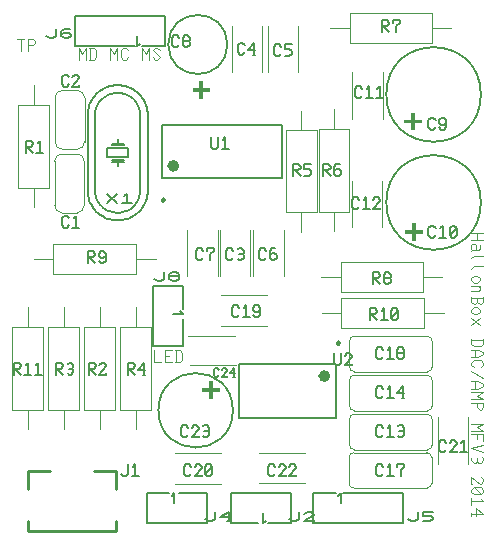
<source format=gbr>
G04 Generated by Ultiboard 13.0 *
%FSLAX24Y24*%
%MOIN*%

%ADD10C,0.0001*%
%ADD11C,0.0080*%
%ADD12C,0.0039*%
%ADD13C,0.0061*%
%ADD14C,0.0001*%
%ADD15C,0.0079*%
%ADD16C,0.0098*%
%ADD17C,0.0197*%
%ADD18C,0.0037*%
%ADD19C,0.0100*%


G04 ColorRGB FFFF00 for the following layer *
%LNSilkscreen Top*%
%LPD*%
G54D10*
G54D11*
X667Y12352D02*
X667Y12746D01*
X824Y12746D01*
X902Y12667D01*
X902Y12628D01*
X824Y12549D01*
X667Y12549D01*
X706Y12549D02*
X902Y12352D01*
X1059Y12667D02*
X1137Y12746D01*
X1137Y12352D01*
X1020Y12352D02*
X1255Y12352D01*
X3383Y10956D02*
X3716Y10658D01*
X3383Y10658D02*
X3716Y10956D01*
X3939Y10896D02*
X4050Y10956D01*
X4050Y10658D01*
X3883Y10658D02*
X4216Y10658D01*
X4728Y11094D02*
X4728Y13594D01*
X4478Y11094D02*
X4478Y13594D01*
X2978Y11094D02*
X2978Y13594D01*
X2728Y11094D02*
X2728Y13594D01*
X4078Y12194D02*
X4078Y12494D01*
X3378Y12494D02*
X3378Y12194D01*
X2728Y11094D02*
X2731Y11006D01*
X2743Y10920D01*
X2762Y10835D01*
X2788Y10752D01*
X2821Y10671D01*
X2862Y10594D01*
X2908Y10520D01*
X2962Y10451D01*
X3020Y10387D01*
X3085Y10328D01*
X3154Y10274D01*
X3228Y10228D01*
X3305Y10187D01*
X3386Y10154D01*
X3469Y10128D01*
X3554Y10109D01*
X3640Y10097D01*
X3728Y10094D01*
X3815Y10097D01*
X3901Y10109D01*
X3986Y10128D01*
X4070Y10154D01*
X4150Y10187D01*
X4228Y10228D01*
X4301Y10274D01*
X4370Y10328D01*
X4435Y10387D01*
X4494Y10451D01*
X4547Y10520D01*
X4594Y10594D01*
X4634Y10671D01*
X4667Y10752D01*
X4693Y10835D01*
X4712Y10920D01*
X4724Y11006D01*
X4728Y11094D01*
X4728Y11094D01*
X2978Y11094D02*
X2980Y11028D01*
X2989Y10963D01*
X3003Y10900D01*
X3023Y10837D01*
X3048Y10777D01*
X3078Y10719D01*
X3113Y10663D01*
X3153Y10612D01*
X3197Y10563D01*
X3245Y10519D01*
X3297Y10479D01*
X3353Y10444D01*
X3411Y10414D01*
X3471Y10389D01*
X3533Y10369D01*
X3597Y10355D01*
X3662Y10346D01*
X3728Y10344D01*
X3793Y10346D01*
X3858Y10355D01*
X3922Y10369D01*
X3984Y10389D01*
X4045Y10414D01*
X4103Y10444D01*
X4158Y10479D01*
X4210Y10519D01*
X4258Y10563D01*
X4302Y10612D01*
X4342Y10663D01*
X4377Y10719D01*
X4407Y10777D01*
X4432Y10837D01*
X4452Y10900D01*
X4466Y10963D01*
X4475Y11028D01*
X4478Y11094D01*
X4478Y11094D01*
X3378Y12194D02*
X4078Y12194D01*
X3928Y12094D02*
X3528Y12094D01*
X3528Y12044D02*
X3928Y12044D01*
X3728Y12044D02*
X3728Y11894D01*
X4728Y13594D02*
X4724Y13681D01*
X4712Y13767D01*
X4693Y13852D01*
X4667Y13936D01*
X4634Y14016D01*
X4594Y14094D01*
X4547Y14167D01*
X4494Y14236D01*
X4435Y14301D01*
X4370Y14360D01*
X4301Y14413D01*
X4228Y14460D01*
X4150Y14500D01*
X4070Y14533D01*
X3986Y14560D01*
X3901Y14578D01*
X3815Y14590D01*
X3728Y14594D01*
X3640Y14590D01*
X3554Y14578D01*
X3469Y14560D01*
X3386Y14533D01*
X3305Y14500D01*
X3228Y14460D01*
X3154Y14413D01*
X3085Y14360D01*
X3020Y14301D01*
X2962Y14236D01*
X2908Y14167D01*
X2862Y14094D01*
X2821Y14016D01*
X2788Y13936D01*
X2762Y13852D01*
X2743Y13767D01*
X2731Y13681D01*
X2728Y13594D01*
X4478Y13594D02*
X4475Y13659D01*
X4466Y13724D01*
X4452Y13788D01*
X4432Y13850D01*
X4407Y13911D01*
X4377Y13969D01*
X4342Y14024D01*
X4302Y14076D01*
X4258Y14124D01*
X4210Y14168D01*
X4158Y14208D01*
X4103Y14243D01*
X4045Y14273D01*
X3984Y14298D01*
X3922Y14318D01*
X3858Y14332D01*
X3793Y14341D01*
X3728Y14344D01*
X3662Y14341D01*
X3597Y14332D01*
X3533Y14318D01*
X3471Y14298D01*
X3411Y14273D01*
X3353Y14243D01*
X3297Y14208D01*
X3245Y14168D01*
X3197Y14124D01*
X3153Y14076D01*
X3113Y14024D01*
X3078Y13969D01*
X3048Y13911D01*
X3023Y13850D01*
X3003Y13788D01*
X2989Y13724D01*
X2980Y13659D01*
X2978Y13594D01*
X3378Y12494D02*
X4078Y12494D01*
X3528Y12594D02*
X3928Y12594D01*
X3528Y12644D02*
X3928Y12644D01*
X3728Y12644D02*
X3728Y12794D01*
X5774Y15946D02*
X5696Y15867D01*
X5618Y15867D01*
X5539Y15946D01*
X5539Y16182D01*
X5618Y16261D01*
X5696Y16261D01*
X5774Y16182D01*
X6049Y15867D02*
X5970Y15867D01*
X5892Y15946D01*
X5892Y16024D01*
X5931Y16064D01*
X5892Y16103D01*
X5892Y16182D01*
X5970Y16261D01*
X6049Y16261D01*
X6127Y16182D01*
X6127Y16103D01*
X6088Y16064D01*
X6127Y16024D01*
X6127Y15946D01*
X6049Y15867D01*
X5931Y16064D02*
X6088Y16064D01*
X5416Y15954D02*
G75*
D01*
G02X5416Y15954I984J0*
G01*
X2739Y8667D02*
X2739Y9061D01*
X2896Y9061D01*
X2974Y8982D01*
X2974Y8943D01*
X2896Y8864D01*
X2739Y8864D01*
X2778Y8864D02*
X2974Y8667D01*
X3092Y8746D02*
X3170Y8667D01*
X3249Y8667D01*
X3327Y8746D01*
X3327Y8903D01*
X3327Y8982D01*
X3249Y9061D01*
X3170Y9061D01*
X3092Y8982D01*
X3092Y8903D01*
X3170Y8824D01*
X3249Y8824D01*
X3327Y8903D01*
X267Y4952D02*
X267Y5346D01*
X424Y5346D01*
X502Y5267D01*
X502Y5228D01*
X424Y5149D01*
X267Y5149D01*
X306Y5149D02*
X502Y4952D01*
X659Y5267D02*
X737Y5346D01*
X737Y4952D01*
X620Y4952D02*
X855Y4952D01*
X1011Y5267D02*
X1090Y5346D01*
X1090Y4952D01*
X972Y4952D02*
X1207Y4952D01*
X1667Y4952D02*
X1667Y5346D01*
X1824Y5346D01*
X1902Y5267D01*
X1902Y5228D01*
X1824Y5149D01*
X1667Y5149D01*
X1706Y5149D02*
X1902Y4952D01*
X2059Y5307D02*
X2098Y5346D01*
X2176Y5346D01*
X2255Y5267D01*
X2255Y5188D01*
X2215Y5149D01*
X2255Y5110D01*
X2255Y5031D01*
X2176Y4952D01*
X2098Y4952D01*
X2059Y4992D01*
X2098Y5149D02*
X2215Y5149D01*
X2767Y4952D02*
X2767Y5346D01*
X2924Y5346D01*
X3002Y5267D01*
X3002Y5228D01*
X2924Y5149D01*
X2767Y5149D01*
X2806Y5149D02*
X3002Y4952D01*
X3120Y5267D02*
X3198Y5346D01*
X3276Y5346D01*
X3355Y5267D01*
X3355Y5228D01*
X3120Y4952D01*
X3355Y4952D01*
X3355Y4992D01*
X4067Y4952D02*
X4067Y5346D01*
X4224Y5346D01*
X4302Y5267D01*
X4302Y5228D01*
X4224Y5149D01*
X4067Y5149D01*
X4106Y5149D02*
X4302Y4952D01*
X4655Y5110D02*
X4420Y5110D01*
X4615Y5346D01*
X4615Y4952D01*
X4576Y4952D02*
X4655Y4952D01*
X9456Y132D02*
X9567Y73D01*
X9678Y73D01*
X9789Y132D01*
X9789Y370D01*
X9956Y311D02*
X10067Y370D01*
X10178Y370D01*
X10289Y311D01*
X10289Y281D01*
X9956Y73D01*
X10289Y73D01*
X10289Y102D01*
X7500Y1000D02*
X9500Y1000D01*
X8750Y0D02*
X9500Y0D01*
X9500Y1000D01*
X7500Y0D02*
X8417Y0D01*
X8583Y0D02*
X8583Y333D01*
X8667Y83D02*
X8583Y0D01*
X7500Y0D02*
X7500Y1000D01*
X13406Y132D02*
X13517Y73D01*
X13628Y73D01*
X13739Y132D01*
X13739Y370D01*
X14239Y370D02*
X13906Y370D01*
X13906Y251D01*
X14128Y251D01*
X14239Y192D01*
X14239Y132D01*
X14128Y73D01*
X13906Y73D01*
X10250Y1000D02*
X10250Y0D01*
X13250Y1000D02*
X13250Y0D01*
X13250Y1000D02*
X11250Y1000D01*
X11000Y1000D02*
X10250Y1000D01*
X11167Y1000D02*
X11167Y667D01*
X11083Y917D02*
X11167Y1000D01*
X13250Y0D02*
X10250Y0D01*
X12239Y7967D02*
X12239Y8361D01*
X12396Y8361D01*
X12474Y8282D01*
X12474Y8243D01*
X12396Y8164D01*
X12239Y8164D01*
X12278Y8164D02*
X12474Y7967D01*
X12749Y7967D02*
X12670Y7967D01*
X12592Y8046D01*
X12592Y8124D01*
X12631Y8164D01*
X12592Y8203D01*
X12592Y8282D01*
X12670Y8361D01*
X12749Y8361D01*
X12827Y8282D01*
X12827Y8203D01*
X12788Y8164D01*
X12827Y8124D01*
X12827Y8046D01*
X12749Y7967D01*
X12631Y8164D02*
X12788Y8164D01*
X12139Y6767D02*
X12139Y7161D01*
X12296Y7161D01*
X12374Y7082D01*
X12374Y7043D01*
X12296Y6964D01*
X12139Y6964D01*
X12178Y6964D02*
X12374Y6767D01*
X12531Y7082D02*
X12610Y7161D01*
X12610Y6767D01*
X12492Y6767D02*
X12727Y6767D01*
X12845Y7082D02*
X12923Y7161D01*
X13001Y7161D01*
X13080Y7082D01*
X13080Y6846D01*
X13001Y6767D01*
X12923Y6767D01*
X12845Y6846D01*
X12845Y7082D01*
X13080Y7082D02*
X12845Y6846D01*
X9589Y11567D02*
X9589Y11961D01*
X9746Y11961D01*
X9824Y11882D01*
X9824Y11843D01*
X9746Y11764D01*
X9589Y11764D01*
X9628Y11764D02*
X9824Y11567D01*
X10177Y11961D02*
X9942Y11961D01*
X9942Y11803D01*
X10099Y11803D01*
X10177Y11724D01*
X10177Y11646D01*
X10099Y11567D01*
X9942Y11567D01*
X10589Y11567D02*
X10589Y11961D01*
X10746Y11961D01*
X10824Y11882D01*
X10824Y11843D01*
X10746Y11764D01*
X10589Y11764D01*
X10628Y11764D02*
X10824Y11567D01*
X11138Y11961D02*
X11020Y11961D01*
X10942Y11882D01*
X10942Y11724D01*
X10942Y11646D01*
X11020Y11567D01*
X11099Y11567D01*
X11177Y11646D01*
X11177Y11724D01*
X11099Y11803D01*
X11020Y11803D01*
X10942Y11724D01*
X14324Y9596D02*
X14246Y9517D01*
X14168Y9517D01*
X14089Y9596D01*
X14089Y9832D01*
X14168Y9911D01*
X14246Y9911D01*
X14324Y9832D01*
X14481Y9832D02*
X14560Y9911D01*
X14560Y9517D01*
X14442Y9517D02*
X14677Y9517D01*
X14795Y9832D02*
X14873Y9911D01*
X14951Y9911D01*
X15030Y9832D01*
X15030Y9596D01*
X14951Y9517D01*
X14873Y9517D01*
X14795Y9596D01*
X14795Y9832D01*
X15030Y9832D02*
X14795Y9596D01*
X12684Y10689D02*
G75*
D01*
G02X12684Y10689I1575J0*
G01*
X14324Y13196D02*
X14246Y13117D01*
X14168Y13117D01*
X14089Y13196D01*
X14089Y13432D01*
X14168Y13511D01*
X14246Y13511D01*
X14324Y13432D01*
X14442Y13196D02*
X14520Y13117D01*
X14599Y13117D01*
X14677Y13196D01*
X14677Y13353D01*
X14677Y13432D01*
X14599Y13511D01*
X14520Y13511D01*
X14442Y13432D01*
X14442Y13353D01*
X14520Y13274D01*
X14599Y13274D01*
X14677Y13353D01*
X12684Y14289D02*
G75*
D01*
G02X12684Y14289I1575J0*
G01*
X12539Y16367D02*
X12539Y16761D01*
X12696Y16761D01*
X12774Y16682D01*
X12774Y16643D01*
X12696Y16564D01*
X12539Y16564D01*
X12578Y16564D02*
X12774Y16367D01*
X13010Y16367D02*
X13010Y16564D01*
X13127Y16682D01*
X13127Y16761D01*
X12892Y16761D01*
X12892Y16682D01*
X7107Y4932D02*
X7048Y4873D01*
X6989Y4873D01*
X6930Y4932D01*
X6930Y5111D01*
X6989Y5170D01*
X7048Y5170D01*
X7107Y5111D01*
X7196Y5111D02*
X7256Y5170D01*
X7315Y5170D01*
X7374Y5111D01*
X7374Y5081D01*
X7196Y4873D01*
X7374Y4873D01*
X7374Y4902D01*
X7641Y4992D02*
X7463Y4992D01*
X7611Y5170D01*
X7611Y4873D01*
X7581Y4873D02*
X7641Y4873D01*
X6074Y2946D02*
X5996Y2867D01*
X5918Y2867D01*
X5839Y2946D01*
X5839Y3182D01*
X5918Y3261D01*
X5996Y3261D01*
X6074Y3182D01*
X6192Y3182D02*
X6270Y3261D01*
X6349Y3261D01*
X6427Y3182D01*
X6427Y3143D01*
X6192Y2867D01*
X6427Y2867D01*
X6427Y2906D01*
X6584Y3221D02*
X6623Y3261D01*
X6701Y3261D01*
X6780Y3182D01*
X6780Y3103D01*
X6741Y3064D01*
X6780Y3024D01*
X6780Y2946D01*
X6701Y2867D01*
X6623Y2867D01*
X6584Y2906D01*
X6623Y3064D02*
X6741Y3064D01*
X5087Y3761D02*
G75*
D01*
G02X5087Y3761I1241J0*
G01*
X4956Y8132D02*
X5067Y8073D01*
X5178Y8073D01*
X5289Y8132D01*
X5289Y8370D01*
X5678Y8073D02*
X5567Y8073D01*
X5456Y8132D01*
X5456Y8192D01*
X5511Y8221D01*
X5456Y8251D01*
X5456Y8311D01*
X5567Y8370D01*
X5678Y8370D01*
X5789Y8311D01*
X5789Y8251D01*
X5733Y8221D01*
X5789Y8192D01*
X5789Y8132D01*
X5678Y8073D01*
X5511Y8221D02*
X5733Y8221D01*
X4900Y5900D02*
X4900Y7900D01*
X5900Y7150D02*
X5900Y7900D01*
X4900Y7900D01*
X5900Y5900D02*
X5900Y6817D01*
X5900Y6983D02*
X5567Y6983D01*
X5817Y7067D02*
X5900Y6983D01*
X5900Y5900D02*
X4900Y5900D01*
X6656Y132D02*
X6767Y73D01*
X6878Y73D01*
X6989Y132D01*
X6989Y370D01*
X7489Y192D02*
X7156Y192D01*
X7433Y370D01*
X7433Y73D01*
X7378Y73D02*
X7489Y73D01*
X6700Y0D02*
X4700Y0D01*
X5450Y1000D02*
X4700Y1000D01*
X4700Y0D01*
X6700Y1000D02*
X5783Y1000D01*
X5617Y1000D02*
X5617Y667D01*
X5533Y917D02*
X5617Y1000D01*
X6700Y1000D02*
X6700Y0D01*
X1356Y16232D02*
X1467Y16173D01*
X1578Y16173D01*
X1689Y16232D01*
X1689Y16470D01*
X2133Y16470D02*
X1967Y16470D01*
X1856Y16411D01*
X1856Y16292D01*
X1856Y16232D01*
X1967Y16173D01*
X2078Y16173D01*
X2189Y16232D01*
X2189Y16292D01*
X2078Y16351D01*
X1967Y16351D01*
X1856Y16292D01*
X5300Y15900D02*
X5300Y16900D01*
X2300Y15900D02*
X2300Y16900D01*
X2300Y15900D02*
X4300Y15900D01*
X4550Y15900D02*
X5300Y15900D01*
X4383Y15900D02*
X4383Y16233D01*
X4467Y15983D02*
X4383Y15900D01*
X2300Y16900D02*
X5300Y16900D01*
G54D12*
X420Y11166D02*
X1424Y11166D01*
X1424Y13922D01*
X420Y13922D01*
X420Y11166D01*
X928Y10536D02*
X928Y11166D01*
X928Y13922D02*
X928Y14592D01*
X1629Y12061D02*
X1629Y10590D01*
G75*
D01*
G03X1878Y10341I249J0*
G01*
X2364Y10341D01*
G75*
D01*
G03X2613Y10590I0J249*
G01*
X2613Y12061D01*
G74*
D01*
G03X2364Y12310I249J0*
G01*
X1878Y12310D01*
G75*
D01*
G03X1629Y12061I0J-249*
G01*
X7528Y16564D02*
X7528Y15028D01*
X8551Y16564D02*
X8551Y15028D01*
X8728Y16564D02*
X8728Y15028D01*
X9751Y16564D02*
X9751Y15028D01*
X8249Y9764D02*
X8249Y8228D01*
X9272Y9764D02*
X9272Y8228D01*
X7128Y9764D02*
X7128Y8228D01*
X8151Y9764D02*
X8151Y8228D01*
X7072Y8236D02*
X7072Y9772D01*
X6049Y8236D02*
X6049Y9772D01*
X1642Y14180D02*
X1642Y12710D01*
G75*
D01*
G03X1891Y12461I249J0*
G01*
X2378Y12461D01*
G75*
D01*
G03X2627Y12710I0J249*
G01*
X2627Y14180D01*
G74*
D01*
G03X2378Y14429I249J0*
G01*
X1891Y14429D01*
G75*
D01*
G03X1642Y14180I0J-249*
G01*
X1581Y9308D02*
X4337Y9308D01*
X4337Y8304D01*
X1581Y8304D01*
X1581Y9308D01*
X951Y8800D02*
X1581Y8800D01*
X4337Y8800D02*
X5006Y8800D01*
X220Y3766D02*
X1224Y3766D01*
X1224Y6522D01*
X220Y6522D01*
X220Y3766D01*
X728Y3136D02*
X728Y3766D01*
X728Y6522D02*
X728Y7192D01*
X1420Y3766D02*
X2424Y3766D01*
X2424Y6522D01*
X1420Y6522D01*
X1420Y3766D01*
X1928Y3136D02*
X1928Y3766D01*
X1928Y6522D02*
X1928Y7192D01*
X2620Y3766D02*
X3624Y3766D01*
X3624Y6522D01*
X2620Y6522D01*
X2620Y3766D01*
X3128Y3136D02*
X3128Y3766D01*
X3128Y6522D02*
X3128Y7192D01*
X3820Y3766D02*
X4824Y3766D01*
X4824Y6522D01*
X3820Y6522D01*
X3820Y3766D01*
X4328Y3136D02*
X4328Y3766D01*
X4328Y6522D02*
X4328Y7192D01*
X13919Y7692D02*
X11163Y7692D01*
X11163Y8696D01*
X13919Y8696D01*
X13919Y7692D01*
X14549Y8200D02*
X13919Y8200D01*
X11163Y8200D02*
X10494Y8200D01*
X11181Y7508D02*
X13937Y7508D01*
X13937Y6504D01*
X11181Y6504D01*
X11181Y7508D01*
X10551Y7000D02*
X11181Y7000D01*
X13937Y7000D02*
X14606Y7000D01*
X8436Y1328D02*
X9972Y1328D01*
X8436Y2351D02*
X9972Y2351D01*
X7164Y2322D02*
X5628Y2322D01*
X7164Y1299D02*
X5628Y1299D01*
X11438Y2194D02*
X11438Y1328D01*
G75*
D01*
G03X11595Y1170I157J-1*
G01*
X14036Y1170D01*
G75*
D01*
G03X14194Y1328I0J158*
G01*
X14194Y2194D01*
G74*
D01*
G03X14036Y2351I158J1*
G01*
X11595Y2351D01*
G75*
D01*
G03X11438Y2194I0J-157*
G01*
X11456Y6072D02*
X11456Y5206D01*
G75*
D01*
G03X11614Y5049I158J1*
G01*
X14055Y5049D01*
G75*
D01*
G03X14212Y5206I0J157*
G01*
X14212Y6072D01*
G74*
D01*
G03X14055Y6230I157J1*
G01*
X11614Y6230D01*
G75*
D01*
G03X11456Y6072I0J-158*
G01*
X10358Y13119D02*
X9354Y13119D01*
X9354Y10363D01*
X10358Y10363D01*
X10358Y13119D01*
X9850Y13749D02*
X9850Y13119D01*
X9850Y10363D02*
X9850Y9694D01*
X10442Y10381D02*
X11446Y10381D01*
X11446Y13137D01*
X10442Y13137D01*
X10442Y10381D01*
X10950Y9751D02*
X10950Y10381D01*
X10950Y13137D02*
X10950Y13806D01*
X14219Y15992D02*
X11463Y15992D01*
X11463Y16996D01*
X14219Y16996D01*
X14219Y15992D01*
X14849Y16500D02*
X14219Y16500D01*
X11463Y16500D02*
X10794Y16500D01*
X7186Y6578D02*
X8722Y6578D01*
X7186Y7601D02*
X8722Y7601D01*
X7626Y6222D02*
X6090Y6222D01*
X7665Y5278D02*
X6130Y5278D01*
X11528Y11414D02*
X11528Y9878D01*
X12551Y11414D02*
X12551Y9878D01*
X12572Y13486D02*
X12572Y15022D01*
X11549Y13486D02*
X11549Y15022D01*
X11456Y3472D02*
X11456Y2606D01*
G75*
D01*
G03X11614Y2449I158J1*
G01*
X14055Y2449D01*
G75*
D01*
G03X14212Y2606I0J157*
G01*
X14212Y3472D01*
G74*
D01*
G03X14055Y3630I157J1*
G01*
X11614Y3630D01*
G75*
D01*
G03X11456Y3472I0J-158*
G01*
X11456Y4772D02*
X11456Y3906D01*
G75*
D01*
G03X11614Y3749I158J1*
G01*
X14055Y3749D01*
G75*
D01*
G03X14212Y3906I0J157*
G01*
X14212Y4772D01*
G74*
D01*
G03X14055Y4930I157J1*
G01*
X11614Y4930D01*
G75*
D01*
G03X11456Y4772I0J-158*
G01*
X15422Y1986D02*
X15422Y3522D01*
X14399Y1986D02*
X14399Y3522D01*
G54D13*
X2102Y9931D02*
X2024Y9852D01*
X1945Y9852D01*
X1867Y9931D01*
X1867Y10167D01*
X1945Y10246D01*
X2024Y10246D01*
X2102Y10167D01*
X2259Y10167D02*
X2337Y10246D01*
X2337Y9852D01*
X2220Y9852D02*
X2455Y9852D01*
X7961Y15697D02*
X7882Y15618D01*
X7804Y15618D01*
X7726Y15697D01*
X7726Y15933D01*
X7804Y16012D01*
X7882Y16012D01*
X7961Y15933D01*
X8314Y15775D02*
X8078Y15775D01*
X8274Y16012D01*
X8274Y15618D01*
X8235Y15618D02*
X8314Y15618D01*
X9174Y15646D02*
X9096Y15567D01*
X9018Y15567D01*
X8939Y15646D01*
X8939Y15882D01*
X9018Y15961D01*
X9096Y15961D01*
X9174Y15882D01*
X9527Y15961D02*
X9292Y15961D01*
X9292Y15803D01*
X9449Y15803D01*
X9527Y15724D01*
X9527Y15646D01*
X9449Y15567D01*
X9292Y15567D01*
X8674Y8846D02*
X8596Y8767D01*
X8518Y8767D01*
X8439Y8846D01*
X8439Y9082D01*
X8518Y9161D01*
X8596Y9161D01*
X8674Y9082D01*
X8988Y9161D02*
X8870Y9161D01*
X8792Y9082D01*
X8792Y8924D01*
X8792Y8846D01*
X8870Y8767D01*
X8949Y8767D01*
X9027Y8846D01*
X9027Y8924D01*
X8949Y9003D01*
X8870Y9003D01*
X8792Y8924D01*
X7574Y8846D02*
X7496Y8767D01*
X7418Y8767D01*
X7339Y8846D01*
X7339Y9082D01*
X7418Y9161D01*
X7496Y9161D01*
X7574Y9082D01*
X7731Y9121D02*
X7770Y9161D01*
X7849Y9161D01*
X7927Y9082D01*
X7927Y9003D01*
X7888Y8964D01*
X7927Y8924D01*
X7927Y8846D01*
X7849Y8767D01*
X7770Y8767D01*
X7731Y8806D01*
X7770Y8964D02*
X7888Y8964D01*
X6574Y8846D02*
X6496Y8767D01*
X6418Y8767D01*
X6339Y8846D01*
X6339Y9082D01*
X6418Y9161D01*
X6496Y9161D01*
X6574Y9082D01*
X6810Y8767D02*
X6810Y8964D01*
X6927Y9082D01*
X6927Y9161D01*
X6692Y9161D01*
X6692Y9082D01*
X6839Y12861D02*
X6839Y12546D01*
X6918Y12467D01*
X6996Y12467D01*
X7074Y12546D01*
X7074Y12861D01*
X7231Y12782D02*
X7310Y12861D01*
X7310Y12467D01*
X7192Y12467D02*
X7427Y12467D01*
X2102Y14631D02*
X2024Y14552D01*
X1945Y14552D01*
X1867Y14631D01*
X1867Y14867D01*
X1945Y14946D01*
X2024Y14946D01*
X2102Y14867D01*
X2220Y14867D02*
X2298Y14946D01*
X2376Y14946D01*
X2455Y14867D01*
X2455Y14828D01*
X2220Y14552D01*
X2455Y14552D01*
X2455Y14592D01*
X8974Y1646D02*
X8896Y1567D01*
X8818Y1567D01*
X8739Y1646D01*
X8739Y1882D01*
X8818Y1961D01*
X8896Y1961D01*
X8974Y1882D01*
X9092Y1882D02*
X9170Y1961D01*
X9249Y1961D01*
X9327Y1882D01*
X9327Y1843D01*
X9092Y1567D01*
X9327Y1567D01*
X9327Y1606D01*
X9445Y1882D02*
X9523Y1961D01*
X9601Y1961D01*
X9680Y1882D01*
X9680Y1843D01*
X9445Y1567D01*
X9680Y1567D01*
X9680Y1606D01*
X6174Y1646D02*
X6096Y1567D01*
X6018Y1567D01*
X5939Y1646D01*
X5939Y1882D01*
X6018Y1961D01*
X6096Y1961D01*
X6174Y1882D01*
X6292Y1882D02*
X6370Y1961D01*
X6449Y1961D01*
X6527Y1882D01*
X6527Y1843D01*
X6292Y1567D01*
X6527Y1567D01*
X6527Y1606D01*
X6645Y1882D02*
X6723Y1961D01*
X6801Y1961D01*
X6880Y1882D01*
X6880Y1646D01*
X6801Y1567D01*
X6723Y1567D01*
X6645Y1646D01*
X6645Y1882D01*
X6880Y1882D02*
X6645Y1646D01*
X12574Y1646D02*
X12496Y1567D01*
X12418Y1567D01*
X12339Y1646D01*
X12339Y1882D01*
X12418Y1961D01*
X12496Y1961D01*
X12574Y1882D01*
X12731Y1882D02*
X12810Y1961D01*
X12810Y1567D01*
X12692Y1567D02*
X12927Y1567D01*
X13162Y1567D02*
X13162Y1764D01*
X13280Y1882D01*
X13280Y1961D01*
X13045Y1961D01*
X13045Y1882D01*
X12574Y5546D02*
X12496Y5467D01*
X12418Y5467D01*
X12339Y5546D01*
X12339Y5782D01*
X12418Y5861D01*
X12496Y5861D01*
X12574Y5782D01*
X12731Y5782D02*
X12810Y5861D01*
X12810Y5467D01*
X12692Y5467D02*
X12927Y5467D01*
X13201Y5467D02*
X13123Y5467D01*
X13045Y5546D01*
X13045Y5624D01*
X13084Y5664D01*
X13045Y5703D01*
X13045Y5782D01*
X13123Y5861D01*
X13201Y5861D01*
X13280Y5782D01*
X13280Y5703D01*
X13241Y5664D01*
X13280Y5624D01*
X13280Y5546D01*
X13201Y5467D01*
X13084Y5664D02*
X13241Y5664D01*
X7774Y6946D02*
X7696Y6867D01*
X7618Y6867D01*
X7539Y6946D01*
X7539Y7182D01*
X7618Y7261D01*
X7696Y7261D01*
X7774Y7182D01*
X7931Y7182D02*
X8010Y7261D01*
X8010Y6867D01*
X7892Y6867D02*
X8127Y6867D01*
X8245Y6946D02*
X8323Y6867D01*
X8401Y6867D01*
X8480Y6946D01*
X8480Y7103D01*
X8480Y7182D01*
X8401Y7261D01*
X8323Y7261D01*
X8245Y7182D01*
X8245Y7103D01*
X8323Y7024D01*
X8401Y7024D01*
X8480Y7103D01*
X11774Y10546D02*
X11696Y10467D01*
X11618Y10467D01*
X11539Y10546D01*
X11539Y10782D01*
X11618Y10861D01*
X11696Y10861D01*
X11774Y10782D01*
X11931Y10782D02*
X12010Y10861D01*
X12010Y10467D01*
X11892Y10467D02*
X12127Y10467D01*
X12245Y10782D02*
X12323Y10861D01*
X12401Y10861D01*
X12480Y10782D01*
X12480Y10743D01*
X12245Y10467D01*
X12480Y10467D01*
X12480Y10506D01*
X11874Y14246D02*
X11796Y14167D01*
X11718Y14167D01*
X11639Y14246D01*
X11639Y14482D01*
X11718Y14561D01*
X11796Y14561D01*
X11874Y14482D01*
X12031Y14482D02*
X12110Y14561D01*
X12110Y14167D01*
X11992Y14167D02*
X12227Y14167D01*
X12384Y14482D02*
X12462Y14561D01*
X12462Y14167D01*
X12345Y14167D02*
X12580Y14167D01*
X12574Y2946D02*
X12496Y2867D01*
X12418Y2867D01*
X12339Y2946D01*
X12339Y3182D01*
X12418Y3261D01*
X12496Y3261D01*
X12574Y3182D01*
X12731Y3182D02*
X12810Y3261D01*
X12810Y2867D01*
X12692Y2867D02*
X12927Y2867D01*
X13084Y3221D02*
X13123Y3261D01*
X13201Y3261D01*
X13280Y3182D01*
X13280Y3103D01*
X13241Y3064D01*
X13280Y3024D01*
X13280Y2946D01*
X13201Y2867D01*
X13123Y2867D01*
X13084Y2906D01*
X13123Y3064D02*
X13241Y3064D01*
X12574Y4246D02*
X12496Y4167D01*
X12418Y4167D01*
X12339Y4246D01*
X12339Y4482D01*
X12418Y4561D01*
X12496Y4561D01*
X12574Y4482D01*
X12731Y4482D02*
X12810Y4561D01*
X12810Y4167D01*
X12692Y4167D02*
X12927Y4167D01*
X13280Y4324D02*
X13045Y4324D01*
X13241Y4561D01*
X13241Y4167D01*
X13201Y4167D02*
X13280Y4167D01*
X3839Y1646D02*
X3918Y1567D01*
X3996Y1567D01*
X4074Y1646D01*
X4074Y1961D01*
X4231Y1882D02*
X4310Y1961D01*
X4310Y1567D01*
X4192Y1567D02*
X4427Y1567D01*
X14674Y2446D02*
X14596Y2367D01*
X14518Y2367D01*
X14439Y2446D01*
X14439Y2682D01*
X14518Y2761D01*
X14596Y2761D01*
X14674Y2682D01*
X14792Y2682D02*
X14870Y2761D01*
X14949Y2761D01*
X15027Y2682D01*
X15027Y2643D01*
X14792Y2367D01*
X15027Y2367D01*
X15027Y2406D01*
X15184Y2682D02*
X15262Y2761D01*
X15262Y2367D01*
X15145Y2367D02*
X15380Y2367D01*
X10939Y5661D02*
X10939Y5346D01*
X11018Y5267D01*
X11096Y5267D01*
X11174Y5346D01*
X11174Y5661D01*
X11292Y5582D02*
X11370Y5661D01*
X11449Y5661D01*
X11527Y5582D01*
X11527Y5543D01*
X11292Y5267D01*
X11527Y5267D01*
X11527Y5306D01*
G54D14*
G36*
X6456Y14734D02*
X6456Y14734D01*
X6553Y14176D01*
X6553Y14734D01*
X6456Y14734D01*
D02*
G37*
X6553Y14176D01*
X6553Y14734D01*
X6456Y14734D01*
G36*
X6553Y14176D02*
X6553Y14176D01*
X6456Y14734D01*
X6456Y14504D01*
X6553Y14176D01*
D02*
G37*
X6456Y14734D01*
X6456Y14504D01*
X6553Y14176D01*
G36*
X6456Y14504D02*
X6456Y14504D01*
X6456Y14406D01*
X6553Y14176D01*
X6456Y14504D01*
D02*
G37*
X6456Y14406D01*
X6553Y14176D01*
X6456Y14504D01*
G36*
X6456Y14406D02*
X6456Y14406D01*
X6456Y14504D01*
X6226Y14504D01*
X6456Y14406D01*
D02*
G37*
X6456Y14504D01*
X6226Y14504D01*
X6456Y14406D01*
G36*
X6226Y14504D02*
X6226Y14504D01*
X6226Y14406D01*
X6456Y14406D01*
X6226Y14504D01*
D02*
G37*
X6226Y14406D01*
X6456Y14406D01*
X6226Y14504D01*
G36*
X6553Y14406D02*
X6553Y14406D01*
X6785Y14406D01*
X6553Y14504D01*
X6553Y14406D01*
D02*
G37*
X6785Y14406D01*
X6553Y14504D01*
X6553Y14406D01*
G36*
X6553Y14406D01*
X6553Y14734D01*
X6553Y14406D01*
D02*
G37*
X6553Y14734D01*
X6553Y14406D01*
G36*
X6553Y14406D01*
X6553Y14734D01*
X6553Y14176D01*
X6553Y14406D01*
D02*
G37*
X6553Y14734D01*
X6553Y14176D01*
X6553Y14406D01*
G36*
X6553Y14504D02*
X6553Y14504D01*
X6785Y14406D01*
X6785Y14504D01*
X6553Y14504D01*
D02*
G37*
X6785Y14406D01*
X6785Y14504D01*
X6553Y14504D01*
G36*
X6553Y14176D02*
X6553Y14176D01*
X6456Y14406D01*
X6456Y14176D01*
X6553Y14176D01*
D02*
G37*
X6456Y14406D01*
X6456Y14176D01*
X6553Y14176D01*
G36*
X13537Y9997D02*
X13537Y9997D01*
X13635Y9438D01*
X13635Y9997D01*
X13537Y9997D01*
D02*
G37*
X13635Y9438D01*
X13635Y9997D01*
X13537Y9997D01*
G36*
X13635Y9438D02*
X13635Y9438D01*
X13537Y9997D01*
X13537Y9767D01*
X13635Y9438D01*
D02*
G37*
X13537Y9997D01*
X13537Y9767D01*
X13635Y9438D01*
G36*
X13537Y9767D02*
X13537Y9767D01*
X13537Y9670D01*
X13635Y9438D01*
X13537Y9767D01*
D02*
G37*
X13537Y9670D01*
X13635Y9438D01*
X13537Y9767D01*
G36*
X13537Y9670D02*
X13537Y9670D01*
X13537Y9767D01*
X13307Y9767D01*
X13537Y9670D01*
D02*
G37*
X13537Y9767D01*
X13307Y9767D01*
X13537Y9670D01*
G36*
X13307Y9767D02*
X13307Y9767D01*
X13307Y9670D01*
X13537Y9670D01*
X13307Y9767D01*
D02*
G37*
X13307Y9670D01*
X13537Y9670D01*
X13307Y9767D01*
G36*
X13635Y9670D02*
X13635Y9670D01*
X13865Y9670D01*
X13635Y9767D01*
X13635Y9670D01*
D02*
G37*
X13865Y9670D01*
X13635Y9767D01*
X13635Y9670D01*
G36*
X13635Y9670D01*
X13635Y9997D01*
X13635Y9670D01*
D02*
G37*
X13635Y9997D01*
X13635Y9670D01*
G36*
X13635Y9670D01*
X13635Y9997D01*
X13635Y9438D01*
X13635Y9670D01*
D02*
G37*
X13635Y9997D01*
X13635Y9438D01*
X13635Y9670D01*
G36*
X13635Y9767D02*
X13635Y9767D01*
X13865Y9670D01*
X13865Y9767D01*
X13635Y9767D01*
D02*
G37*
X13865Y9670D01*
X13865Y9767D01*
X13635Y9767D01*
G36*
X13635Y9438D02*
X13635Y9438D01*
X13537Y9670D01*
X13537Y9438D01*
X13635Y9438D01*
D02*
G37*
X13537Y9670D01*
X13537Y9438D01*
X13635Y9438D01*
G36*
X13519Y13684D02*
X13519Y13684D01*
X13616Y13126D01*
X13616Y13684D01*
X13519Y13684D01*
D02*
G37*
X13616Y13126D01*
X13616Y13684D01*
X13519Y13684D01*
G36*
X13616Y13126D02*
X13616Y13126D01*
X13519Y13684D01*
X13519Y13454D01*
X13616Y13126D01*
D02*
G37*
X13519Y13684D01*
X13519Y13454D01*
X13616Y13126D01*
G36*
X13519Y13454D02*
X13519Y13454D01*
X13519Y13356D01*
X13616Y13126D01*
X13519Y13454D01*
D02*
G37*
X13519Y13356D01*
X13616Y13126D01*
X13519Y13454D01*
G36*
X13519Y13356D02*
X13519Y13356D01*
X13519Y13454D01*
X13287Y13454D01*
X13519Y13356D01*
D02*
G37*
X13519Y13454D01*
X13287Y13454D01*
X13519Y13356D01*
G36*
X13287Y13454D02*
X13287Y13454D01*
X13287Y13356D01*
X13519Y13356D01*
X13287Y13454D01*
D02*
G37*
X13287Y13356D01*
X13519Y13356D01*
X13287Y13454D01*
G36*
X13616Y13356D02*
X13616Y13356D01*
X13846Y13356D01*
X13616Y13454D01*
X13616Y13356D01*
D02*
G37*
X13846Y13356D01*
X13616Y13454D01*
X13616Y13356D01*
G36*
X13616Y13356D01*
X13616Y13684D01*
X13616Y13356D01*
D02*
G37*
X13616Y13684D01*
X13616Y13356D01*
G36*
X13616Y13356D01*
X13616Y13684D01*
X13616Y13126D01*
X13616Y13356D01*
D02*
G37*
X13616Y13684D01*
X13616Y13126D01*
X13616Y13356D01*
G36*
X13616Y13454D02*
X13616Y13454D01*
X13846Y13356D01*
X13846Y13454D01*
X13616Y13454D01*
D02*
G37*
X13846Y13356D01*
X13846Y13454D01*
X13616Y13454D01*
G36*
X13616Y13126D02*
X13616Y13126D01*
X13519Y13356D01*
X13519Y13126D01*
X13616Y13126D01*
D02*
G37*
X13519Y13356D01*
X13519Y13126D01*
X13616Y13126D01*
G36*
X6767Y4728D02*
X6767Y4728D01*
X6865Y4169D01*
X6865Y4728D01*
X6767Y4728D01*
D02*
G37*
X6865Y4169D01*
X6865Y4728D01*
X6767Y4728D01*
G36*
X6865Y4169D02*
X6865Y4169D01*
X6767Y4728D01*
X6767Y4496D01*
X6865Y4169D01*
D02*
G37*
X6767Y4728D01*
X6767Y4496D01*
X6865Y4169D01*
G36*
X6767Y4496D02*
X6767Y4496D01*
X6767Y4399D01*
X6865Y4169D01*
X6767Y4496D01*
D02*
G37*
X6767Y4399D01*
X6865Y4169D01*
X6767Y4496D01*
G36*
X6767Y4399D02*
X6767Y4399D01*
X6767Y4496D01*
X6537Y4496D01*
X6767Y4399D01*
D02*
G37*
X6767Y4496D01*
X6537Y4496D01*
X6767Y4399D01*
G36*
X6537Y4496D02*
X6537Y4496D01*
X6537Y4399D01*
X6767Y4399D01*
X6537Y4496D01*
D02*
G37*
X6537Y4399D01*
X6767Y4399D01*
X6537Y4496D01*
G36*
X6865Y4399D02*
X6865Y4399D01*
X7095Y4399D01*
X6865Y4496D01*
X6865Y4399D01*
D02*
G37*
X7095Y4399D01*
X6865Y4496D01*
X6865Y4399D01*
G36*
X6865Y4399D01*
X6865Y4728D01*
X6865Y4399D01*
D02*
G37*
X6865Y4728D01*
X6865Y4399D01*
G36*
X6865Y4399D01*
X6865Y4728D01*
X6865Y4169D01*
X6865Y4399D01*
D02*
G37*
X6865Y4728D01*
X6865Y4169D01*
X6865Y4399D01*
G36*
X6865Y4496D02*
X6865Y4496D01*
X7095Y4399D01*
X7095Y4496D01*
X6865Y4496D01*
D02*
G37*
X7095Y4399D01*
X7095Y4496D01*
X6865Y4496D01*
G36*
X6865Y4169D02*
X6865Y4169D01*
X6767Y4399D01*
X6767Y4169D01*
X6865Y4169D01*
D02*
G37*
X6767Y4399D01*
X6767Y4169D01*
X6865Y4169D01*
G54D15*
X9208Y11514D02*
X9208Y13286D01*
X5192Y13286D02*
X5192Y11514D01*
X9208Y11514D01*
X9208Y13286D02*
X5192Y13286D01*
X7786Y5296D02*
X7786Y3504D01*
X11014Y3504D02*
X11014Y5296D01*
X7786Y5296D01*
X7786Y3504D02*
X11014Y3504D01*
G54D16*
X5202Y10766D02*
G75*
D01*
G02X5202Y10766I49J0*
G01*
X11044Y5994D02*
G75*
D01*
G02X11044Y5994I49J0*
G01*
G54D17*
X5487Y11908D02*
G75*
D01*
G02X5487Y11908I99J0*
G01*
X10522Y4902D02*
G75*
D01*
G02X10522Y4902I98J0*
G01*
G54D18*
X2428Y15443D02*
X2428Y15836D01*
X2546Y15639D01*
X2663Y15836D01*
X2663Y15443D01*
X2781Y15443D02*
X2938Y15443D01*
X3016Y15521D01*
X3016Y15757D01*
X2938Y15836D01*
X2781Y15836D01*
X2820Y15836D02*
X2820Y15443D01*
X3486Y15443D02*
X3486Y15836D01*
X3604Y15639D01*
X3722Y15836D01*
X3722Y15443D01*
X4074Y15521D02*
X3996Y15443D01*
X3918Y15443D01*
X3839Y15521D01*
X3839Y15757D01*
X3918Y15836D01*
X3996Y15836D01*
X4074Y15757D01*
X4545Y15443D02*
X4545Y15836D01*
X4662Y15639D01*
X4780Y15836D01*
X4780Y15443D01*
X4897Y15521D02*
X4976Y15443D01*
X5054Y15443D01*
X5133Y15521D01*
X4897Y15757D01*
X4976Y15836D01*
X5054Y15836D01*
X5133Y15757D01*
X504Y15743D02*
X504Y16136D01*
X386Y16136D02*
X622Y16136D01*
X739Y15743D02*
X739Y16136D01*
X896Y16136D01*
X974Y16057D01*
X974Y16018D01*
X896Y15939D01*
X739Y15939D01*
X4939Y5761D02*
X4939Y5367D01*
X5174Y5367D01*
X5527Y5367D02*
X5292Y5367D01*
X5292Y5564D01*
X5292Y5761D01*
X5527Y5761D01*
X5292Y5564D02*
X5449Y5564D01*
X5645Y5367D02*
X5801Y5367D01*
X5880Y5446D01*
X5880Y5682D01*
X5801Y5761D01*
X5645Y5761D01*
X5684Y5761D02*
X5684Y5367D01*
X15518Y9661D02*
X15912Y9661D01*
X15518Y9426D02*
X15912Y9426D01*
X15715Y9661D02*
X15715Y9426D01*
X15794Y9269D02*
X15794Y9151D01*
X15754Y9112D01*
X15557Y9112D01*
X15518Y9151D01*
X15518Y9269D01*
X15557Y9308D01*
X15636Y9308D01*
X15676Y9269D01*
X15676Y9112D01*
X15557Y9112D02*
X15518Y9073D01*
X15912Y8916D02*
X15597Y8916D01*
X15518Y8838D01*
X15912Y8563D02*
X15597Y8563D01*
X15518Y8485D01*
X15597Y8250D02*
X15518Y8171D01*
X15518Y8093D01*
X15597Y8015D01*
X15715Y8015D01*
X15794Y8093D01*
X15794Y8171D01*
X15715Y8250D01*
X15597Y8250D01*
X15518Y7897D02*
X15754Y7897D01*
X15794Y7897D01*
X15754Y7897D02*
X15794Y7858D01*
X15794Y7779D01*
X15754Y7740D01*
X15518Y7740D01*
X15518Y7544D02*
X15518Y7387D01*
X15597Y7309D01*
X15636Y7309D01*
X15715Y7387D01*
X15794Y7309D01*
X15833Y7309D01*
X15912Y7387D01*
X15912Y7505D01*
X15912Y7544D01*
X15715Y7505D02*
X15715Y7387D01*
X15912Y7505D02*
X15518Y7505D01*
X15597Y7192D02*
X15518Y7113D01*
X15518Y7035D01*
X15597Y6956D01*
X15715Y6956D01*
X15794Y7035D01*
X15794Y7113D01*
X15715Y7192D01*
X15597Y7192D01*
X15518Y6839D02*
X15794Y6604D01*
X15794Y6839D02*
X15518Y6604D01*
X15518Y6133D02*
X15518Y5976D01*
X15597Y5898D01*
X15833Y5898D01*
X15912Y5976D01*
X15912Y6133D01*
X15912Y6094D02*
X15518Y6094D01*
X15518Y5780D02*
X15754Y5780D01*
X15912Y5702D01*
X15912Y5624D01*
X15754Y5545D01*
X15518Y5545D01*
X15636Y5780D02*
X15636Y5545D01*
X15597Y5193D02*
X15518Y5271D01*
X15518Y5349D01*
X15597Y5428D01*
X15833Y5428D01*
X15912Y5349D01*
X15912Y5271D01*
X15833Y5193D01*
X15912Y4840D02*
X15518Y5075D01*
X15518Y4722D02*
X15754Y4722D01*
X15912Y4644D01*
X15912Y4565D01*
X15754Y4487D01*
X15518Y4487D01*
X15636Y4722D02*
X15636Y4487D01*
X15518Y4369D02*
X15912Y4369D01*
X15715Y4252D01*
X15912Y4134D01*
X15518Y4134D01*
X15518Y4017D02*
X15912Y4017D01*
X15912Y3860D01*
X15833Y3782D01*
X15794Y3782D01*
X15715Y3860D01*
X15715Y4017D01*
X15518Y3311D02*
X15912Y3311D01*
X15715Y3194D01*
X15912Y3076D01*
X15518Y3076D01*
X15518Y2958D02*
X15912Y2958D01*
X15912Y2723D01*
X15715Y2958D02*
X15715Y2802D01*
X15912Y2606D02*
X15518Y2488D01*
X15912Y2371D01*
X15872Y2214D02*
X15912Y2175D01*
X15912Y2096D01*
X15833Y2018D01*
X15754Y2018D01*
X15715Y2057D01*
X15676Y2018D01*
X15597Y2018D01*
X15518Y2096D01*
X15518Y2175D01*
X15557Y2214D01*
X15715Y2175D02*
X15715Y2057D01*
X15833Y1547D02*
X15912Y1469D01*
X15912Y1391D01*
X15833Y1312D01*
X15794Y1312D01*
X15518Y1547D01*
X15518Y1312D01*
X15557Y1312D01*
X15833Y1195D02*
X15912Y1116D01*
X15912Y1038D01*
X15833Y959D01*
X15597Y959D01*
X15518Y1038D01*
X15518Y1116D01*
X15597Y1195D01*
X15833Y1195D01*
X15833Y959D02*
X15597Y1195D01*
X15833Y803D02*
X15912Y724D01*
X15518Y724D01*
X15518Y842D02*
X15518Y607D01*
X15676Y254D02*
X15676Y489D01*
X15912Y293D01*
X15518Y293D01*
X15518Y332D02*
X15518Y254D01*
G54D19*
X724Y-246D02*
X3676Y-246D01*
X724Y78D02*
X724Y-246D01*
X724Y1722D02*
X724Y1122D01*
X1462Y1722D02*
X724Y1722D01*
X3676Y-246D02*
X3676Y78D01*
X3676Y1722D02*
X2938Y1722D01*
X3676Y1122D02*
X3676Y1722D01*

M02*

</source>
